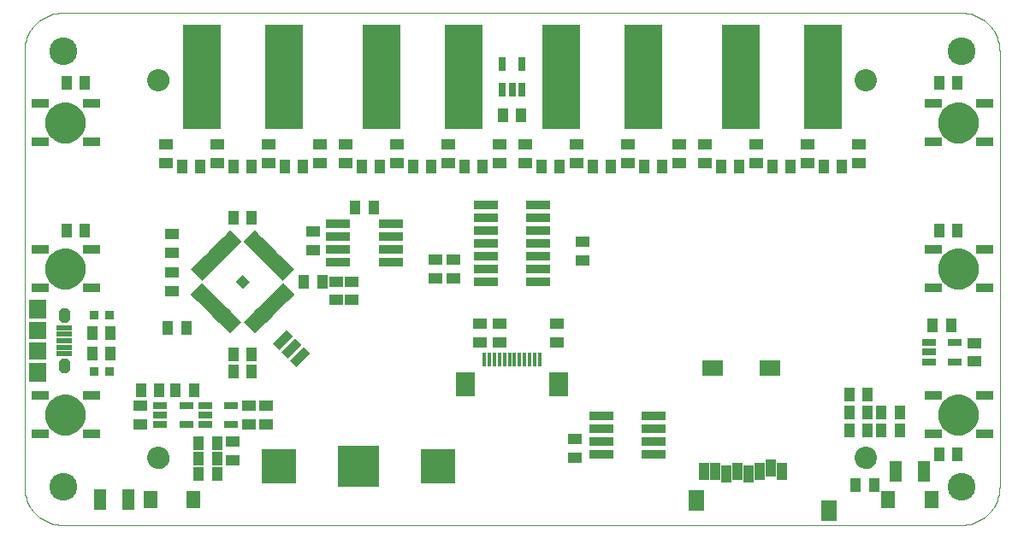
<source format=gts>
G75*
%MOIN*%
%OFA0B0*%
%FSLAX24Y24*%
%IPPOS*%
%LPD*%
%AMOC8*
5,1,8,0,0,1.08239X$1,22.5*
%
%ADD10C,0.0000*%
%ADD11C,0.1080*%
%ADD12R,0.0356X0.0749*%
%ADD13R,0.0474X0.0789*%
%ADD14R,0.0552X0.0297*%
%ADD15R,0.0552X0.0395*%
%ADD16R,0.0395X0.0552*%
%ADD17R,0.0580X0.0659*%
%ADD18R,0.0950X0.0320*%
%ADD19R,0.0297X0.0552*%
%ADD20R,0.0394X0.0394*%
%ADD21R,0.0631X0.0198*%
%ADD22C,0.0787*%
%ADD23R,0.1460X0.4080*%
%ADD24R,0.0380X0.0380*%
%ADD25R,0.0789X0.0631*%
%ADD26R,0.0631X0.0828*%
%ADD27R,0.0395X0.0671*%
%ADD28R,0.0680X0.0380*%
%ADD29C,0.0867*%
%ADD30R,0.0611X0.0237*%
%ADD31C,0.0341*%
%ADD32R,0.0690X0.0728*%
%ADD33R,0.0690X0.0671*%
%ADD34R,0.1640X0.1640*%
%ADD35R,0.1330X0.1330*%
%ADD36R,0.0157X0.0551*%
%ADD37R,0.0748X0.0925*%
D10*
X017760Y016393D02*
X052760Y016393D01*
X052260Y017893D02*
X052262Y017937D01*
X052268Y017981D01*
X052278Y018024D01*
X052291Y018066D01*
X052308Y018107D01*
X052329Y018146D01*
X052353Y018183D01*
X052380Y018218D01*
X052410Y018250D01*
X052443Y018280D01*
X052479Y018306D01*
X052516Y018330D01*
X052556Y018349D01*
X052597Y018366D01*
X052640Y018378D01*
X052683Y018387D01*
X052727Y018392D01*
X052771Y018393D01*
X052815Y018390D01*
X052859Y018383D01*
X052902Y018372D01*
X052944Y018358D01*
X052984Y018340D01*
X053023Y018318D01*
X053059Y018294D01*
X053093Y018266D01*
X053125Y018235D01*
X053154Y018201D01*
X053180Y018165D01*
X053202Y018127D01*
X053221Y018087D01*
X053236Y018045D01*
X053248Y018003D01*
X053256Y017959D01*
X053260Y017915D01*
X053260Y017871D01*
X053256Y017827D01*
X053248Y017783D01*
X053236Y017741D01*
X053221Y017699D01*
X053202Y017659D01*
X053180Y017621D01*
X053154Y017585D01*
X053125Y017551D01*
X053093Y017520D01*
X053059Y017492D01*
X053023Y017468D01*
X052984Y017446D01*
X052944Y017428D01*
X052902Y017414D01*
X052859Y017403D01*
X052815Y017396D01*
X052771Y017393D01*
X052727Y017394D01*
X052683Y017399D01*
X052640Y017408D01*
X052597Y017420D01*
X052556Y017437D01*
X052516Y017456D01*
X052479Y017480D01*
X052443Y017506D01*
X052410Y017536D01*
X052380Y017568D01*
X052353Y017603D01*
X052329Y017640D01*
X052308Y017679D01*
X052291Y017720D01*
X052278Y017762D01*
X052268Y017805D01*
X052262Y017849D01*
X052260Y017893D01*
X052760Y016393D02*
X052836Y016395D01*
X052912Y016401D01*
X052987Y016410D01*
X053062Y016424D01*
X053136Y016441D01*
X053209Y016462D01*
X053281Y016486D01*
X053352Y016515D01*
X053421Y016546D01*
X053488Y016581D01*
X053553Y016620D01*
X053617Y016662D01*
X053678Y016707D01*
X053737Y016755D01*
X053793Y016806D01*
X053847Y016860D01*
X053898Y016916D01*
X053946Y016975D01*
X053991Y017036D01*
X054033Y017100D01*
X054072Y017165D01*
X054107Y017232D01*
X054138Y017301D01*
X054167Y017372D01*
X054191Y017444D01*
X054212Y017517D01*
X054229Y017591D01*
X054243Y017666D01*
X054252Y017741D01*
X054258Y017817D01*
X054260Y017893D01*
X054260Y034893D01*
X052260Y034893D02*
X052262Y034937D01*
X052268Y034981D01*
X052278Y035024D01*
X052291Y035066D01*
X052308Y035107D01*
X052329Y035146D01*
X052353Y035183D01*
X052380Y035218D01*
X052410Y035250D01*
X052443Y035280D01*
X052479Y035306D01*
X052516Y035330D01*
X052556Y035349D01*
X052597Y035366D01*
X052640Y035378D01*
X052683Y035387D01*
X052727Y035392D01*
X052771Y035393D01*
X052815Y035390D01*
X052859Y035383D01*
X052902Y035372D01*
X052944Y035358D01*
X052984Y035340D01*
X053023Y035318D01*
X053059Y035294D01*
X053093Y035266D01*
X053125Y035235D01*
X053154Y035201D01*
X053180Y035165D01*
X053202Y035127D01*
X053221Y035087D01*
X053236Y035045D01*
X053248Y035003D01*
X053256Y034959D01*
X053260Y034915D01*
X053260Y034871D01*
X053256Y034827D01*
X053248Y034783D01*
X053236Y034741D01*
X053221Y034699D01*
X053202Y034659D01*
X053180Y034621D01*
X053154Y034585D01*
X053125Y034551D01*
X053093Y034520D01*
X053059Y034492D01*
X053023Y034468D01*
X052984Y034446D01*
X052944Y034428D01*
X052902Y034414D01*
X052859Y034403D01*
X052815Y034396D01*
X052771Y034393D01*
X052727Y034394D01*
X052683Y034399D01*
X052640Y034408D01*
X052597Y034420D01*
X052556Y034437D01*
X052516Y034456D01*
X052479Y034480D01*
X052443Y034506D01*
X052410Y034536D01*
X052380Y034568D01*
X052353Y034603D01*
X052329Y034640D01*
X052308Y034679D01*
X052291Y034720D01*
X052278Y034762D01*
X052268Y034805D01*
X052262Y034849D01*
X052260Y034893D01*
X052760Y036393D02*
X052836Y036391D01*
X052912Y036385D01*
X052987Y036376D01*
X053062Y036362D01*
X053136Y036345D01*
X053209Y036324D01*
X053281Y036300D01*
X053352Y036271D01*
X053421Y036240D01*
X053488Y036205D01*
X053553Y036166D01*
X053617Y036124D01*
X053678Y036079D01*
X053737Y036031D01*
X053793Y035980D01*
X053847Y035926D01*
X053898Y035870D01*
X053946Y035811D01*
X053991Y035750D01*
X054033Y035686D01*
X054072Y035621D01*
X054107Y035554D01*
X054138Y035485D01*
X054167Y035414D01*
X054191Y035342D01*
X054212Y035269D01*
X054229Y035195D01*
X054243Y035120D01*
X054252Y035045D01*
X054258Y034969D01*
X054260Y034893D01*
X052760Y036393D02*
X017760Y036393D01*
X017260Y034893D02*
X017262Y034937D01*
X017268Y034981D01*
X017278Y035024D01*
X017291Y035066D01*
X017308Y035107D01*
X017329Y035146D01*
X017353Y035183D01*
X017380Y035218D01*
X017410Y035250D01*
X017443Y035280D01*
X017479Y035306D01*
X017516Y035330D01*
X017556Y035349D01*
X017597Y035366D01*
X017640Y035378D01*
X017683Y035387D01*
X017727Y035392D01*
X017771Y035393D01*
X017815Y035390D01*
X017859Y035383D01*
X017902Y035372D01*
X017944Y035358D01*
X017984Y035340D01*
X018023Y035318D01*
X018059Y035294D01*
X018093Y035266D01*
X018125Y035235D01*
X018154Y035201D01*
X018180Y035165D01*
X018202Y035127D01*
X018221Y035087D01*
X018236Y035045D01*
X018248Y035003D01*
X018256Y034959D01*
X018260Y034915D01*
X018260Y034871D01*
X018256Y034827D01*
X018248Y034783D01*
X018236Y034741D01*
X018221Y034699D01*
X018202Y034659D01*
X018180Y034621D01*
X018154Y034585D01*
X018125Y034551D01*
X018093Y034520D01*
X018059Y034492D01*
X018023Y034468D01*
X017984Y034446D01*
X017944Y034428D01*
X017902Y034414D01*
X017859Y034403D01*
X017815Y034396D01*
X017771Y034393D01*
X017727Y034394D01*
X017683Y034399D01*
X017640Y034408D01*
X017597Y034420D01*
X017556Y034437D01*
X017516Y034456D01*
X017479Y034480D01*
X017443Y034506D01*
X017410Y034536D01*
X017380Y034568D01*
X017353Y034603D01*
X017329Y034640D01*
X017308Y034679D01*
X017291Y034720D01*
X017278Y034762D01*
X017268Y034805D01*
X017262Y034849D01*
X017260Y034893D01*
X016260Y034893D02*
X016262Y034969D01*
X016268Y035045D01*
X016277Y035120D01*
X016291Y035195D01*
X016308Y035269D01*
X016329Y035342D01*
X016353Y035414D01*
X016382Y035485D01*
X016413Y035554D01*
X016448Y035621D01*
X016487Y035686D01*
X016529Y035750D01*
X016574Y035811D01*
X016622Y035870D01*
X016673Y035926D01*
X016727Y035980D01*
X016783Y036031D01*
X016842Y036079D01*
X016903Y036124D01*
X016967Y036166D01*
X017032Y036205D01*
X017099Y036240D01*
X017168Y036271D01*
X017239Y036300D01*
X017311Y036324D01*
X017384Y036345D01*
X017458Y036362D01*
X017533Y036376D01*
X017608Y036385D01*
X017684Y036391D01*
X017760Y036393D01*
X016260Y034893D02*
X016260Y017893D01*
X017260Y017893D02*
X017262Y017937D01*
X017268Y017981D01*
X017278Y018024D01*
X017291Y018066D01*
X017308Y018107D01*
X017329Y018146D01*
X017353Y018183D01*
X017380Y018218D01*
X017410Y018250D01*
X017443Y018280D01*
X017479Y018306D01*
X017516Y018330D01*
X017556Y018349D01*
X017597Y018366D01*
X017640Y018378D01*
X017683Y018387D01*
X017727Y018392D01*
X017771Y018393D01*
X017815Y018390D01*
X017859Y018383D01*
X017902Y018372D01*
X017944Y018358D01*
X017984Y018340D01*
X018023Y018318D01*
X018059Y018294D01*
X018093Y018266D01*
X018125Y018235D01*
X018154Y018201D01*
X018180Y018165D01*
X018202Y018127D01*
X018221Y018087D01*
X018236Y018045D01*
X018248Y018003D01*
X018256Y017959D01*
X018260Y017915D01*
X018260Y017871D01*
X018256Y017827D01*
X018248Y017783D01*
X018236Y017741D01*
X018221Y017699D01*
X018202Y017659D01*
X018180Y017621D01*
X018154Y017585D01*
X018125Y017551D01*
X018093Y017520D01*
X018059Y017492D01*
X018023Y017468D01*
X017984Y017446D01*
X017944Y017428D01*
X017902Y017414D01*
X017859Y017403D01*
X017815Y017396D01*
X017771Y017393D01*
X017727Y017394D01*
X017683Y017399D01*
X017640Y017408D01*
X017597Y017420D01*
X017556Y017437D01*
X017516Y017456D01*
X017479Y017480D01*
X017443Y017506D01*
X017410Y017536D01*
X017380Y017568D01*
X017353Y017603D01*
X017329Y017640D01*
X017308Y017679D01*
X017291Y017720D01*
X017278Y017762D01*
X017268Y017805D01*
X017262Y017849D01*
X017260Y017893D01*
X016260Y017893D02*
X016262Y017817D01*
X016268Y017741D01*
X016277Y017666D01*
X016291Y017591D01*
X016308Y017517D01*
X016329Y017444D01*
X016353Y017372D01*
X016382Y017301D01*
X016413Y017232D01*
X016448Y017165D01*
X016487Y017100D01*
X016529Y017036D01*
X016574Y016975D01*
X016622Y016916D01*
X016673Y016860D01*
X016727Y016806D01*
X016783Y016755D01*
X016842Y016707D01*
X016903Y016662D01*
X016967Y016620D01*
X017032Y016581D01*
X017099Y016546D01*
X017168Y016515D01*
X017239Y016486D01*
X017311Y016462D01*
X017384Y016441D01*
X017458Y016424D01*
X017533Y016410D01*
X017608Y016401D01*
X017684Y016395D01*
X017760Y016393D01*
X021086Y019011D02*
X021088Y019050D01*
X021094Y019089D01*
X021104Y019127D01*
X021117Y019164D01*
X021134Y019199D01*
X021154Y019233D01*
X021178Y019264D01*
X021205Y019293D01*
X021234Y019319D01*
X021266Y019342D01*
X021300Y019362D01*
X021336Y019378D01*
X021373Y019390D01*
X021412Y019399D01*
X021451Y019404D01*
X021490Y019405D01*
X021529Y019402D01*
X021568Y019395D01*
X021605Y019384D01*
X021642Y019370D01*
X021677Y019352D01*
X021710Y019331D01*
X021741Y019306D01*
X021769Y019279D01*
X021794Y019249D01*
X021816Y019216D01*
X021835Y019182D01*
X021850Y019146D01*
X021862Y019108D01*
X021870Y019070D01*
X021874Y019031D01*
X021874Y018991D01*
X021870Y018952D01*
X021862Y018914D01*
X021850Y018876D01*
X021835Y018840D01*
X021816Y018806D01*
X021794Y018773D01*
X021769Y018743D01*
X021741Y018716D01*
X021710Y018691D01*
X021677Y018670D01*
X021642Y018652D01*
X021605Y018638D01*
X021568Y018627D01*
X021529Y018620D01*
X021490Y018617D01*
X021451Y018618D01*
X021412Y018623D01*
X021373Y018632D01*
X021336Y018644D01*
X021300Y018660D01*
X021266Y018680D01*
X021234Y018703D01*
X021205Y018729D01*
X021178Y018758D01*
X021154Y018789D01*
X021134Y018823D01*
X021117Y018858D01*
X021104Y018895D01*
X021094Y018933D01*
X021088Y018972D01*
X021086Y019011D01*
X021086Y033775D02*
X021088Y033814D01*
X021094Y033853D01*
X021104Y033891D01*
X021117Y033928D01*
X021134Y033963D01*
X021154Y033997D01*
X021178Y034028D01*
X021205Y034057D01*
X021234Y034083D01*
X021266Y034106D01*
X021300Y034126D01*
X021336Y034142D01*
X021373Y034154D01*
X021412Y034163D01*
X021451Y034168D01*
X021490Y034169D01*
X021529Y034166D01*
X021568Y034159D01*
X021605Y034148D01*
X021642Y034134D01*
X021677Y034116D01*
X021710Y034095D01*
X021741Y034070D01*
X021769Y034043D01*
X021794Y034013D01*
X021816Y033980D01*
X021835Y033946D01*
X021850Y033910D01*
X021862Y033872D01*
X021870Y033834D01*
X021874Y033795D01*
X021874Y033755D01*
X021870Y033716D01*
X021862Y033678D01*
X021850Y033640D01*
X021835Y033604D01*
X021816Y033570D01*
X021794Y033537D01*
X021769Y033507D01*
X021741Y033480D01*
X021710Y033455D01*
X021677Y033434D01*
X021642Y033416D01*
X021605Y033402D01*
X021568Y033391D01*
X021529Y033384D01*
X021490Y033381D01*
X021451Y033382D01*
X021412Y033387D01*
X021373Y033396D01*
X021336Y033408D01*
X021300Y033424D01*
X021266Y033444D01*
X021234Y033467D01*
X021205Y033493D01*
X021178Y033522D01*
X021154Y033553D01*
X021134Y033587D01*
X021117Y033622D01*
X021104Y033659D01*
X021094Y033697D01*
X021088Y033736D01*
X021086Y033775D01*
X048645Y033775D02*
X048647Y033814D01*
X048653Y033853D01*
X048663Y033891D01*
X048676Y033928D01*
X048693Y033963D01*
X048713Y033997D01*
X048737Y034028D01*
X048764Y034057D01*
X048793Y034083D01*
X048825Y034106D01*
X048859Y034126D01*
X048895Y034142D01*
X048932Y034154D01*
X048971Y034163D01*
X049010Y034168D01*
X049049Y034169D01*
X049088Y034166D01*
X049127Y034159D01*
X049164Y034148D01*
X049201Y034134D01*
X049236Y034116D01*
X049269Y034095D01*
X049300Y034070D01*
X049328Y034043D01*
X049353Y034013D01*
X049375Y033980D01*
X049394Y033946D01*
X049409Y033910D01*
X049421Y033872D01*
X049429Y033834D01*
X049433Y033795D01*
X049433Y033755D01*
X049429Y033716D01*
X049421Y033678D01*
X049409Y033640D01*
X049394Y033604D01*
X049375Y033570D01*
X049353Y033537D01*
X049328Y033507D01*
X049300Y033480D01*
X049269Y033455D01*
X049236Y033434D01*
X049201Y033416D01*
X049164Y033402D01*
X049127Y033391D01*
X049088Y033384D01*
X049049Y033381D01*
X049010Y033382D01*
X048971Y033387D01*
X048932Y033396D01*
X048895Y033408D01*
X048859Y033424D01*
X048825Y033444D01*
X048793Y033467D01*
X048764Y033493D01*
X048737Y033522D01*
X048713Y033553D01*
X048693Y033587D01*
X048676Y033622D01*
X048663Y033659D01*
X048653Y033697D01*
X048647Y033736D01*
X048645Y033775D01*
X048645Y019011D02*
X048647Y019050D01*
X048653Y019089D01*
X048663Y019127D01*
X048676Y019164D01*
X048693Y019199D01*
X048713Y019233D01*
X048737Y019264D01*
X048764Y019293D01*
X048793Y019319D01*
X048825Y019342D01*
X048859Y019362D01*
X048895Y019378D01*
X048932Y019390D01*
X048971Y019399D01*
X049010Y019404D01*
X049049Y019405D01*
X049088Y019402D01*
X049127Y019395D01*
X049164Y019384D01*
X049201Y019370D01*
X049236Y019352D01*
X049269Y019331D01*
X049300Y019306D01*
X049328Y019279D01*
X049353Y019249D01*
X049375Y019216D01*
X049394Y019182D01*
X049409Y019146D01*
X049421Y019108D01*
X049429Y019070D01*
X049433Y019031D01*
X049433Y018991D01*
X049429Y018952D01*
X049421Y018914D01*
X049409Y018876D01*
X049394Y018840D01*
X049375Y018806D01*
X049353Y018773D01*
X049328Y018743D01*
X049300Y018716D01*
X049269Y018691D01*
X049236Y018670D01*
X049201Y018652D01*
X049164Y018638D01*
X049127Y018627D01*
X049088Y018620D01*
X049049Y018617D01*
X049010Y018618D01*
X048971Y018623D01*
X048932Y018632D01*
X048895Y018644D01*
X048859Y018660D01*
X048825Y018680D01*
X048793Y018703D01*
X048764Y018729D01*
X048737Y018758D01*
X048713Y018789D01*
X048693Y018823D01*
X048676Y018858D01*
X048663Y018895D01*
X048653Y018933D01*
X048647Y018972D01*
X048645Y019011D01*
D11*
X052760Y017893D03*
X052760Y034893D03*
X017760Y034893D03*
X017760Y017893D03*
D12*
G36*
X026463Y024017D02*
X026715Y023765D01*
X026187Y023237D01*
X025935Y023489D01*
X026463Y024017D01*
G37*
G36*
X026798Y023683D02*
X027050Y023431D01*
X026522Y022903D01*
X026270Y023155D01*
X026798Y023683D01*
G37*
G36*
X027132Y023349D02*
X027384Y023097D01*
X026856Y022569D01*
X026604Y022821D01*
X027132Y023349D01*
G37*
D13*
X020311Y017393D03*
X019208Y017393D03*
X050208Y018498D03*
X051311Y018498D03*
D14*
X051498Y022769D03*
X051498Y023143D03*
X051498Y023517D03*
X052521Y023517D03*
X052521Y022769D03*
X024321Y021067D03*
X024321Y020319D03*
X023298Y020319D03*
X023298Y020693D03*
X023298Y021067D03*
X022571Y021067D03*
X022571Y020319D03*
X021548Y020319D03*
X021548Y020693D03*
X021548Y021067D03*
D15*
X020760Y021048D03*
X020760Y020339D03*
X024360Y019648D03*
X025010Y020339D03*
X025660Y020339D03*
X025660Y021048D03*
X025010Y021048D03*
X024360Y018939D03*
X028410Y025189D03*
X029010Y025189D03*
X029010Y025898D03*
X028410Y025898D03*
X027510Y027139D03*
X027510Y027848D03*
X027760Y030539D03*
X028760Y030539D03*
X028760Y031248D03*
X027760Y031248D03*
X025760Y031248D03*
X025760Y030539D03*
X023760Y030539D03*
X023760Y031248D03*
X021760Y031248D03*
X021760Y030539D03*
X022010Y027748D03*
X022010Y027039D03*
X022010Y026248D03*
X022010Y025539D03*
X030760Y030539D03*
X030760Y031248D03*
X032760Y031248D03*
X032760Y030539D03*
X034760Y030539D03*
X034760Y031248D03*
X035760Y031248D03*
X035760Y030539D03*
X037760Y030539D03*
X037760Y031248D03*
X039760Y031248D03*
X039760Y030539D03*
X041760Y030539D03*
X041760Y031248D03*
X042760Y031248D03*
X042760Y030539D03*
X044760Y030539D03*
X044760Y031248D03*
X046760Y031248D03*
X046760Y030539D03*
X048760Y030539D03*
X048760Y031248D03*
X053260Y023498D03*
X053260Y022789D03*
X038010Y026739D03*
X038010Y027448D03*
X036995Y024248D03*
X036995Y023539D03*
X034760Y023539D03*
X034010Y023539D03*
X034010Y024248D03*
X034760Y024248D03*
X032960Y026039D03*
X032260Y026039D03*
X032260Y026748D03*
X032960Y026748D03*
X037710Y019748D03*
X037710Y019039D03*
D16*
X027864Y025893D03*
X027155Y025893D03*
X025114Y028393D03*
X024405Y028393D03*
X024405Y030393D03*
X025114Y030393D03*
X026405Y030393D03*
X027114Y030393D03*
X029405Y030393D03*
X030114Y030393D03*
X031405Y030393D03*
X032114Y030393D03*
X033405Y030393D03*
X034114Y030393D03*
X036405Y030393D03*
X037114Y030393D03*
X038405Y030393D03*
X039114Y030393D03*
X040405Y030393D03*
X041114Y030393D03*
X043405Y030393D03*
X044114Y030393D03*
X045405Y030393D03*
X046114Y030393D03*
X047405Y030393D03*
X048114Y030393D03*
X051905Y027893D03*
X052614Y027893D03*
X052364Y024193D03*
X051655Y024193D03*
X049114Y021493D03*
X048405Y021493D03*
X048405Y020793D03*
X048405Y020093D03*
X049114Y020093D03*
X049655Y020093D03*
X049655Y020793D03*
X049114Y020793D03*
X050364Y020793D03*
X050364Y020093D03*
X051905Y019143D03*
X052614Y019143D03*
X049364Y017943D03*
X048655Y017943D03*
X029864Y028793D03*
X029155Y028793D03*
X034905Y032393D03*
X035614Y032393D03*
X023114Y030393D03*
X022405Y030393D03*
X018614Y027893D03*
X017905Y027893D03*
X021855Y024093D03*
X022564Y024093D03*
X024405Y023043D03*
X024405Y022393D03*
X025114Y022393D03*
X025114Y023043D03*
X022864Y021643D03*
X022155Y021643D03*
X021514Y021643D03*
X020805Y021643D03*
X019614Y023093D03*
X018905Y023093D03*
X018905Y023893D03*
X019614Y023893D03*
X023055Y019593D03*
X023055Y018993D03*
X023055Y018393D03*
X023764Y018393D03*
X023764Y018993D03*
X023764Y019593D03*
X018614Y033643D03*
X017905Y033643D03*
X051905Y033643D03*
X052614Y033643D03*
D17*
X051606Y017393D03*
X049913Y017393D03*
X022856Y017393D03*
X021163Y017393D03*
D18*
X034230Y025893D03*
X034230Y026393D03*
X034230Y026893D03*
X034230Y027393D03*
X034230Y027893D03*
X034230Y028393D03*
X034230Y028893D03*
X036290Y028893D03*
X036290Y028393D03*
X036290Y027893D03*
X036290Y027393D03*
X036290Y026893D03*
X036290Y026393D03*
X036290Y025893D03*
X030540Y026643D03*
X030540Y027143D03*
X030540Y027643D03*
X030540Y028143D03*
X028480Y028143D03*
X028480Y027643D03*
X028480Y027143D03*
X028480Y026643D03*
X038730Y020643D03*
X038730Y020143D03*
X038730Y019643D03*
X038730Y019143D03*
X040790Y019143D03*
X040790Y019643D03*
X040790Y020143D03*
X040790Y020643D03*
D19*
X035634Y033381D03*
X035260Y033381D03*
X034885Y033381D03*
X034885Y034405D03*
X035634Y034405D03*
D20*
G36*
X025038Y025893D02*
X024760Y025615D01*
X024482Y025893D01*
X024760Y026171D01*
X025038Y025893D01*
G37*
D21*
G36*
X025777Y025294D02*
X026221Y024850D01*
X026081Y024710D01*
X025637Y025154D01*
X025777Y025294D01*
G37*
G36*
X025916Y025434D02*
X026360Y024990D01*
X026220Y024850D01*
X025776Y025294D01*
X025916Y025434D01*
G37*
G36*
X026055Y025573D02*
X026499Y025129D01*
X026359Y024989D01*
X025915Y025433D01*
X026055Y025573D01*
G37*
G36*
X026194Y025712D02*
X026638Y025268D01*
X026498Y025128D01*
X026054Y025572D01*
X026194Y025712D01*
G37*
G36*
X026334Y025851D02*
X026778Y025407D01*
X026638Y025267D01*
X026194Y025711D01*
X026334Y025851D01*
G37*
G36*
X026778Y026379D02*
X026334Y025935D01*
X026194Y026075D01*
X026638Y026519D01*
X026778Y026379D01*
G37*
G36*
X026638Y026519D02*
X026194Y026075D01*
X026054Y026215D01*
X026498Y026659D01*
X026638Y026519D01*
G37*
G36*
X026499Y026658D02*
X026055Y026214D01*
X025915Y026354D01*
X026359Y026798D01*
X026499Y026658D01*
G37*
G36*
X026360Y026797D02*
X025916Y026353D01*
X025776Y026493D01*
X026220Y026937D01*
X026360Y026797D01*
G37*
G36*
X026221Y026936D02*
X025777Y026492D01*
X025637Y026632D01*
X026081Y027076D01*
X026221Y026936D01*
G37*
G36*
X026082Y027075D02*
X025638Y026631D01*
X025498Y026771D01*
X025942Y027215D01*
X026082Y027075D01*
G37*
G36*
X025358Y026911D02*
X025802Y027355D01*
X025942Y027215D01*
X025498Y026771D01*
X025358Y026911D01*
G37*
G36*
X025219Y027050D02*
X025663Y027494D01*
X025803Y027354D01*
X025359Y026910D01*
X025219Y027050D01*
G37*
G36*
X025080Y027189D02*
X025524Y027633D01*
X025664Y027493D01*
X025220Y027049D01*
X025080Y027189D01*
G37*
G36*
X024941Y027328D02*
X025385Y027772D01*
X025525Y027632D01*
X025081Y027188D01*
X024941Y027328D01*
G37*
G36*
X024802Y027467D02*
X025246Y027911D01*
X025386Y027771D01*
X024942Y027327D01*
X024802Y027467D01*
G37*
G36*
X024273Y027911D02*
X024717Y027467D01*
X024577Y027327D01*
X024133Y027771D01*
X024273Y027911D01*
G37*
G36*
X024134Y027772D02*
X024578Y027328D01*
X024438Y027188D01*
X023994Y027632D01*
X024134Y027772D01*
G37*
G36*
X023995Y027633D02*
X024439Y027189D01*
X024299Y027049D01*
X023855Y027493D01*
X023995Y027633D01*
G37*
G36*
X023856Y027494D02*
X024300Y027050D01*
X024160Y026910D01*
X023716Y027354D01*
X023856Y027494D01*
G37*
G36*
X023717Y027355D02*
X024161Y026911D01*
X024021Y026771D01*
X023577Y027215D01*
X023717Y027355D01*
G37*
G36*
X023577Y027215D02*
X024021Y026771D01*
X023881Y026631D01*
X023437Y027075D01*
X023577Y027215D01*
G37*
G36*
X023742Y026492D02*
X023298Y026936D01*
X023438Y027076D01*
X023882Y026632D01*
X023742Y026492D01*
G37*
G36*
X023603Y026353D02*
X023159Y026797D01*
X023299Y026937D01*
X023743Y026493D01*
X023603Y026353D01*
G37*
G36*
X023464Y026214D02*
X023020Y026658D01*
X023160Y026798D01*
X023604Y026354D01*
X023464Y026214D01*
G37*
G36*
X023325Y026075D02*
X022881Y026519D01*
X023021Y026659D01*
X023465Y026215D01*
X023325Y026075D01*
G37*
G36*
X023186Y025935D02*
X022742Y026379D01*
X022882Y026519D01*
X023326Y026075D01*
X023186Y025935D01*
G37*
G36*
X022742Y025407D02*
X023186Y025851D01*
X023326Y025711D01*
X022882Y025267D01*
X022742Y025407D01*
G37*
G36*
X022881Y025268D02*
X023325Y025712D01*
X023465Y025572D01*
X023021Y025128D01*
X022881Y025268D01*
G37*
G36*
X023020Y025129D02*
X023464Y025573D01*
X023604Y025433D01*
X023160Y024989D01*
X023020Y025129D01*
G37*
G36*
X023159Y024990D02*
X023603Y025434D01*
X023743Y025294D01*
X023299Y024850D01*
X023159Y024990D01*
G37*
G36*
X023298Y024850D02*
X023742Y025294D01*
X023882Y025154D01*
X023438Y024710D01*
X023298Y024850D01*
G37*
G36*
X023437Y024711D02*
X023881Y025155D01*
X024021Y025015D01*
X023577Y024571D01*
X023437Y024711D01*
G37*
G36*
X024161Y024876D02*
X023717Y024432D01*
X023577Y024572D01*
X024021Y025016D01*
X024161Y024876D01*
G37*
G36*
X024300Y024737D02*
X023856Y024293D01*
X023716Y024433D01*
X024160Y024877D01*
X024300Y024737D01*
G37*
G36*
X024439Y024598D02*
X023995Y024154D01*
X023855Y024294D01*
X024299Y024738D01*
X024439Y024598D01*
G37*
G36*
X024578Y024458D02*
X024134Y024014D01*
X023994Y024154D01*
X024438Y024598D01*
X024578Y024458D01*
G37*
G36*
X024717Y024319D02*
X024273Y023875D01*
X024133Y024015D01*
X024577Y024459D01*
X024717Y024319D01*
G37*
G36*
X025246Y023875D02*
X024802Y024319D01*
X024942Y024459D01*
X025386Y024015D01*
X025246Y023875D01*
G37*
G36*
X025385Y024014D02*
X024941Y024458D01*
X025081Y024598D01*
X025525Y024154D01*
X025385Y024014D01*
G37*
G36*
X025524Y024154D02*
X025080Y024598D01*
X025220Y024738D01*
X025664Y024294D01*
X025524Y024154D01*
G37*
G36*
X025663Y024293D02*
X025219Y024737D01*
X025359Y024877D01*
X025803Y024433D01*
X025663Y024293D01*
G37*
G36*
X025802Y024432D02*
X025358Y024876D01*
X025498Y025016D01*
X025942Y024572D01*
X025802Y024432D01*
G37*
G36*
X025942Y024571D02*
X025498Y025015D01*
X025638Y025155D01*
X026082Y024711D01*
X025942Y024571D01*
G37*
D22*
X017466Y026393D02*
X017468Y026432D01*
X017474Y026471D01*
X017484Y026509D01*
X017497Y026546D01*
X017514Y026581D01*
X017534Y026615D01*
X017558Y026646D01*
X017585Y026675D01*
X017614Y026701D01*
X017646Y026724D01*
X017680Y026744D01*
X017716Y026760D01*
X017753Y026772D01*
X017792Y026781D01*
X017831Y026786D01*
X017870Y026787D01*
X017909Y026784D01*
X017948Y026777D01*
X017985Y026766D01*
X018022Y026752D01*
X018057Y026734D01*
X018090Y026713D01*
X018121Y026688D01*
X018149Y026661D01*
X018174Y026631D01*
X018196Y026598D01*
X018215Y026564D01*
X018230Y026528D01*
X018242Y026490D01*
X018250Y026452D01*
X018254Y026413D01*
X018254Y026373D01*
X018250Y026334D01*
X018242Y026296D01*
X018230Y026258D01*
X018215Y026222D01*
X018196Y026188D01*
X018174Y026155D01*
X018149Y026125D01*
X018121Y026098D01*
X018090Y026073D01*
X018057Y026052D01*
X018022Y026034D01*
X017985Y026020D01*
X017948Y026009D01*
X017909Y026002D01*
X017870Y025999D01*
X017831Y026000D01*
X017792Y026005D01*
X017753Y026014D01*
X017716Y026026D01*
X017680Y026042D01*
X017646Y026062D01*
X017614Y026085D01*
X017585Y026111D01*
X017558Y026140D01*
X017534Y026171D01*
X017514Y026205D01*
X017497Y026240D01*
X017484Y026277D01*
X017474Y026315D01*
X017468Y026354D01*
X017466Y026393D01*
X017466Y020693D02*
X017468Y020732D01*
X017474Y020771D01*
X017484Y020809D01*
X017497Y020846D01*
X017514Y020881D01*
X017534Y020915D01*
X017558Y020946D01*
X017585Y020975D01*
X017614Y021001D01*
X017646Y021024D01*
X017680Y021044D01*
X017716Y021060D01*
X017753Y021072D01*
X017792Y021081D01*
X017831Y021086D01*
X017870Y021087D01*
X017909Y021084D01*
X017948Y021077D01*
X017985Y021066D01*
X018022Y021052D01*
X018057Y021034D01*
X018090Y021013D01*
X018121Y020988D01*
X018149Y020961D01*
X018174Y020931D01*
X018196Y020898D01*
X018215Y020864D01*
X018230Y020828D01*
X018242Y020790D01*
X018250Y020752D01*
X018254Y020713D01*
X018254Y020673D01*
X018250Y020634D01*
X018242Y020596D01*
X018230Y020558D01*
X018215Y020522D01*
X018196Y020488D01*
X018174Y020455D01*
X018149Y020425D01*
X018121Y020398D01*
X018090Y020373D01*
X018057Y020352D01*
X018022Y020334D01*
X017985Y020320D01*
X017948Y020309D01*
X017909Y020302D01*
X017870Y020299D01*
X017831Y020300D01*
X017792Y020305D01*
X017753Y020314D01*
X017716Y020326D01*
X017680Y020342D01*
X017646Y020362D01*
X017614Y020385D01*
X017585Y020411D01*
X017558Y020440D01*
X017534Y020471D01*
X017514Y020505D01*
X017497Y020540D01*
X017484Y020577D01*
X017474Y020615D01*
X017468Y020654D01*
X017466Y020693D01*
X017466Y032093D02*
X017468Y032132D01*
X017474Y032171D01*
X017484Y032209D01*
X017497Y032246D01*
X017514Y032281D01*
X017534Y032315D01*
X017558Y032346D01*
X017585Y032375D01*
X017614Y032401D01*
X017646Y032424D01*
X017680Y032444D01*
X017716Y032460D01*
X017753Y032472D01*
X017792Y032481D01*
X017831Y032486D01*
X017870Y032487D01*
X017909Y032484D01*
X017948Y032477D01*
X017985Y032466D01*
X018022Y032452D01*
X018057Y032434D01*
X018090Y032413D01*
X018121Y032388D01*
X018149Y032361D01*
X018174Y032331D01*
X018196Y032298D01*
X018215Y032264D01*
X018230Y032228D01*
X018242Y032190D01*
X018250Y032152D01*
X018254Y032113D01*
X018254Y032073D01*
X018250Y032034D01*
X018242Y031996D01*
X018230Y031958D01*
X018215Y031922D01*
X018196Y031888D01*
X018174Y031855D01*
X018149Y031825D01*
X018121Y031798D01*
X018090Y031773D01*
X018057Y031752D01*
X018022Y031734D01*
X017985Y031720D01*
X017948Y031709D01*
X017909Y031702D01*
X017870Y031699D01*
X017831Y031700D01*
X017792Y031705D01*
X017753Y031714D01*
X017716Y031726D01*
X017680Y031742D01*
X017646Y031762D01*
X017614Y031785D01*
X017585Y031811D01*
X017558Y031840D01*
X017534Y031871D01*
X017514Y031905D01*
X017497Y031940D01*
X017484Y031977D01*
X017474Y032015D01*
X017468Y032054D01*
X017466Y032093D01*
X052266Y032093D02*
X052268Y032132D01*
X052274Y032171D01*
X052284Y032209D01*
X052297Y032246D01*
X052314Y032281D01*
X052334Y032315D01*
X052358Y032346D01*
X052385Y032375D01*
X052414Y032401D01*
X052446Y032424D01*
X052480Y032444D01*
X052516Y032460D01*
X052553Y032472D01*
X052592Y032481D01*
X052631Y032486D01*
X052670Y032487D01*
X052709Y032484D01*
X052748Y032477D01*
X052785Y032466D01*
X052822Y032452D01*
X052857Y032434D01*
X052890Y032413D01*
X052921Y032388D01*
X052949Y032361D01*
X052974Y032331D01*
X052996Y032298D01*
X053015Y032264D01*
X053030Y032228D01*
X053042Y032190D01*
X053050Y032152D01*
X053054Y032113D01*
X053054Y032073D01*
X053050Y032034D01*
X053042Y031996D01*
X053030Y031958D01*
X053015Y031922D01*
X052996Y031888D01*
X052974Y031855D01*
X052949Y031825D01*
X052921Y031798D01*
X052890Y031773D01*
X052857Y031752D01*
X052822Y031734D01*
X052785Y031720D01*
X052748Y031709D01*
X052709Y031702D01*
X052670Y031699D01*
X052631Y031700D01*
X052592Y031705D01*
X052553Y031714D01*
X052516Y031726D01*
X052480Y031742D01*
X052446Y031762D01*
X052414Y031785D01*
X052385Y031811D01*
X052358Y031840D01*
X052334Y031871D01*
X052314Y031905D01*
X052297Y031940D01*
X052284Y031977D01*
X052274Y032015D01*
X052268Y032054D01*
X052266Y032093D01*
X052266Y026393D02*
X052268Y026432D01*
X052274Y026471D01*
X052284Y026509D01*
X052297Y026546D01*
X052314Y026581D01*
X052334Y026615D01*
X052358Y026646D01*
X052385Y026675D01*
X052414Y026701D01*
X052446Y026724D01*
X052480Y026744D01*
X052516Y026760D01*
X052553Y026772D01*
X052592Y026781D01*
X052631Y026786D01*
X052670Y026787D01*
X052709Y026784D01*
X052748Y026777D01*
X052785Y026766D01*
X052822Y026752D01*
X052857Y026734D01*
X052890Y026713D01*
X052921Y026688D01*
X052949Y026661D01*
X052974Y026631D01*
X052996Y026598D01*
X053015Y026564D01*
X053030Y026528D01*
X053042Y026490D01*
X053050Y026452D01*
X053054Y026413D01*
X053054Y026373D01*
X053050Y026334D01*
X053042Y026296D01*
X053030Y026258D01*
X053015Y026222D01*
X052996Y026188D01*
X052974Y026155D01*
X052949Y026125D01*
X052921Y026098D01*
X052890Y026073D01*
X052857Y026052D01*
X052822Y026034D01*
X052785Y026020D01*
X052748Y026009D01*
X052709Y026002D01*
X052670Y025999D01*
X052631Y026000D01*
X052592Y026005D01*
X052553Y026014D01*
X052516Y026026D01*
X052480Y026042D01*
X052446Y026062D01*
X052414Y026085D01*
X052385Y026111D01*
X052358Y026140D01*
X052334Y026171D01*
X052314Y026205D01*
X052297Y026240D01*
X052284Y026277D01*
X052274Y026315D01*
X052268Y026354D01*
X052266Y026393D01*
X052266Y020693D02*
X052268Y020732D01*
X052274Y020771D01*
X052284Y020809D01*
X052297Y020846D01*
X052314Y020881D01*
X052334Y020915D01*
X052358Y020946D01*
X052385Y020975D01*
X052414Y021001D01*
X052446Y021024D01*
X052480Y021044D01*
X052516Y021060D01*
X052553Y021072D01*
X052592Y021081D01*
X052631Y021086D01*
X052670Y021087D01*
X052709Y021084D01*
X052748Y021077D01*
X052785Y021066D01*
X052822Y021052D01*
X052857Y021034D01*
X052890Y021013D01*
X052921Y020988D01*
X052949Y020961D01*
X052974Y020931D01*
X052996Y020898D01*
X053015Y020864D01*
X053030Y020828D01*
X053042Y020790D01*
X053050Y020752D01*
X053054Y020713D01*
X053054Y020673D01*
X053050Y020634D01*
X053042Y020596D01*
X053030Y020558D01*
X053015Y020522D01*
X052996Y020488D01*
X052974Y020455D01*
X052949Y020425D01*
X052921Y020398D01*
X052890Y020373D01*
X052857Y020352D01*
X052822Y020334D01*
X052785Y020320D01*
X052748Y020309D01*
X052709Y020302D01*
X052670Y020299D01*
X052631Y020300D01*
X052592Y020305D01*
X052553Y020314D01*
X052516Y020326D01*
X052480Y020342D01*
X052446Y020362D01*
X052414Y020385D01*
X052385Y020411D01*
X052358Y020440D01*
X052334Y020471D01*
X052314Y020505D01*
X052297Y020540D01*
X052284Y020577D01*
X052274Y020615D01*
X052268Y020654D01*
X052266Y020693D01*
D23*
X047360Y033893D03*
X044160Y033893D03*
X040360Y033893D03*
X037160Y033893D03*
X033360Y033893D03*
X030160Y033893D03*
X026360Y033893D03*
X023160Y033893D03*
D24*
X019560Y024593D03*
X018960Y024593D03*
X018960Y022393D03*
X019560Y022393D03*
D25*
X043067Y022536D03*
X045311Y022536D03*
D26*
X042437Y017359D03*
X047614Y016965D03*
D27*
X045779Y018481D03*
X045346Y018638D03*
X044913Y018481D03*
X044480Y018402D03*
X044047Y018481D03*
X043614Y018402D03*
X043181Y018481D03*
X042748Y018481D03*
D28*
X051660Y019943D03*
X051660Y021443D03*
X053660Y021443D03*
X053660Y019943D03*
X053660Y025643D03*
X053660Y027143D03*
X051660Y027143D03*
X051660Y025643D03*
X051660Y031343D03*
X051660Y032843D03*
X053660Y032843D03*
X053660Y031343D03*
X018860Y031343D03*
X016860Y031343D03*
X016860Y032843D03*
X018860Y032843D03*
X018860Y027143D03*
X016860Y027143D03*
X016860Y025643D03*
X018860Y025643D03*
X018860Y021443D03*
X016860Y021443D03*
X016860Y019943D03*
X018860Y019943D03*
D29*
X021480Y019011D03*
X021480Y033775D03*
X049039Y033775D03*
X049039Y019011D03*
D30*
X017823Y023081D03*
X017823Y023337D03*
X017823Y023593D03*
X017823Y023849D03*
X017823Y024105D03*
D31*
X017766Y024462D02*
X017766Y024694D01*
X017880Y024694D01*
X017880Y024462D01*
X017766Y024462D01*
X017766Y022725D02*
X017766Y022493D01*
X017766Y022725D02*
X017880Y022725D01*
X017880Y022493D01*
X017766Y022493D01*
D32*
X016760Y022364D03*
X016760Y024823D03*
D33*
X016760Y023987D03*
X016760Y023200D03*
D34*
X029260Y018693D03*
D35*
X032360Y018693D03*
X026160Y018693D03*
D36*
X034177Y022858D03*
X034374Y022858D03*
X034571Y022858D03*
X034767Y022858D03*
X034964Y022858D03*
X035161Y022858D03*
X035358Y022858D03*
X035555Y022858D03*
X035752Y022858D03*
X035948Y022858D03*
X036145Y022858D03*
X036342Y022858D03*
D37*
X037090Y021893D03*
X033429Y021893D03*
M02*

</source>
